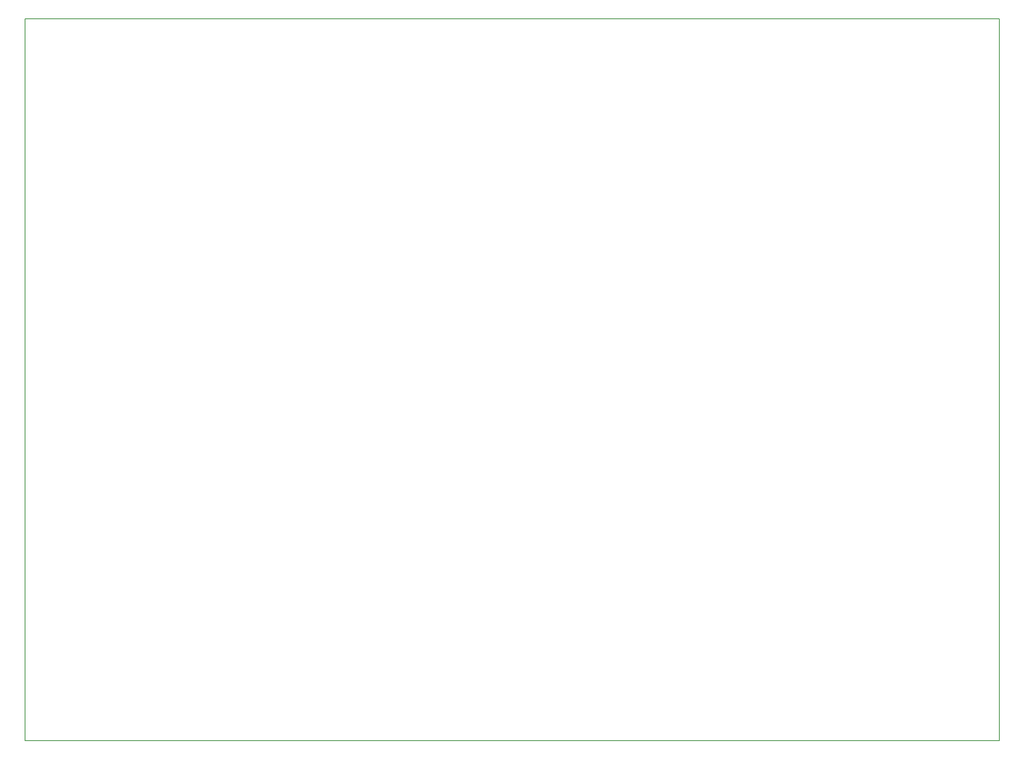
<source format=gm1>
G04 Layer_Color=16711935*
%FSLAX25Y25*%
%MOIN*%
G70*
G01*
G75*
%ADD73C,0.00800*%
D73*
X100000Y715000D02*
X930000D01*
Y100000D02*
Y715000D01*
X100000Y100000D02*
X930000D01*
X100000D02*
Y715000D01*
M02*

</source>
